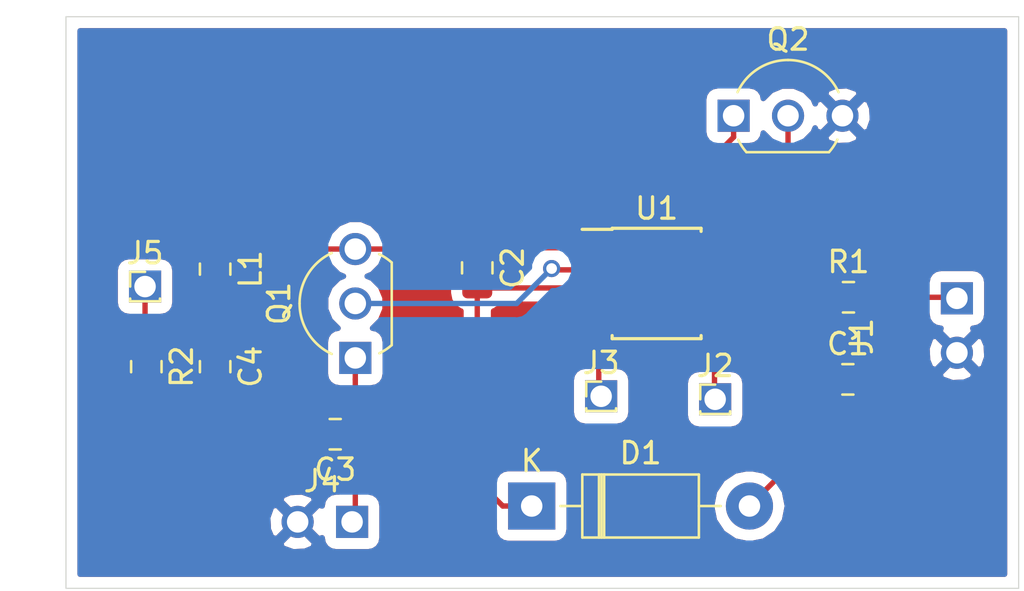
<source format=kicad_pcb>
(kicad_pcb (version 20171130) (host pcbnew "(6.0.0-rc1-dev-305-gf0b8b21)")

  (general
    (thickness 1.6)
    (drawings 4)
    (tracks 42)
    (zones 0)
    (modules 16)
    (nets 12)
  )

  (page A4)
  (layers
    (0 F.Cu signal)
    (31 B.Cu signal)
    (32 B.Adhes user)
    (33 F.Adhes user)
    (34 B.Paste user)
    (35 F.Paste user)
    (36 B.SilkS user)
    (37 F.SilkS user)
    (38 B.Mask user)
    (39 F.Mask user)
    (40 Dwgs.User user)
    (41 Cmts.User user)
    (42 Eco1.User user)
    (43 Eco2.User user)
    (44 Edge.Cuts user)
    (45 Margin user)
    (46 B.CrtYd user)
    (47 F.CrtYd user)
    (48 B.Fab user)
    (49 F.Fab user)
  )

  (setup
    (last_trace_width 0.25)
    (trace_clearance 0.2)
    (zone_clearance 0.508)
    (zone_45_only no)
    (trace_min 0.2)
    (via_size 0.8)
    (via_drill 0.4)
    (via_min_size 0.4)
    (via_min_drill 0.3)
    (uvia_size 0.3)
    (uvia_drill 0.1)
    (uvias_allowed no)
    (uvia_min_size 0.2)
    (uvia_min_drill 0.1)
    (edge_width 0.05)
    (segment_width 0.2)
    (pcb_text_width 0.3)
    (pcb_text_size 1.5 1.5)
    (mod_edge_width 0.12)
    (mod_text_size 1 1)
    (mod_text_width 0.15)
    (pad_size 1.5 1.5)
    (pad_drill 1.00076)
    (pad_to_mask_clearance 0.2)
    (aux_axis_origin 0 0)
    (visible_elements FFFFFF7F)
    (pcbplotparams
      (layerselection 0x01000_ffffffff)
      (usegerberextensions false)
      (usegerberattributes false)
      (usegerberadvancedattributes false)
      (creategerberjobfile false)
      (excludeedgelayer true)
      (linewidth 0.100000)
      (plotframeref false)
      (viasonmask false)
      (mode 1)
      (useauxorigin false)
      (hpglpennumber 1)
      (hpglpenspeed 20)
      (hpglpendiameter 15.000000)
      (psnegative false)
      (psa4output false)
      (plotreference true)
      (plotvalue true)
      (plotinvisibletext false)
      (padsonsilk false)
      (subtractmaskfromsilk false)
      (outputformat 1)
      (mirror false)
      (drillshape 0)
      (scaleselection 1)
      (outputdirectory "../Drill and Gerber/"))
  )

  (net 0 "")
  (net 1 "Net-(C1-Pad1)")
  (net 2 GND)
  (net 3 "Net-(C2-Pad2)")
  (net 4 "Net-(C2-Pad1)")
  (net 5 "Net-(C3-Pad1)")
  (net 6 "Net-(C4-Pad1)")
  (net 7 "Net-(J1-Pad2)")
  (net 8 "Net-(J2-Pad1)")
  (net 9 "Net-(J3-Pad1)")
  (net 10 "Net-(Q1-Pad2)")
  (net 11 "Net-(Q2-Pad2)")

  (net_class Default "This is the default net class."
    (clearance 0.2)
    (trace_width 0.25)
    (via_dia 0.8)
    (via_drill 0.4)
    (uvia_dia 0.3)
    (uvia_drill 0.1)
    (add_net GND)
    (add_net "Net-(C1-Pad1)")
    (add_net "Net-(C2-Pad1)")
    (add_net "Net-(C2-Pad2)")
    (add_net "Net-(C3-Pad1)")
    (add_net "Net-(C4-Pad1)")
    (add_net "Net-(J1-Pad2)")
    (add_net "Net-(J2-Pad1)")
    (add_net "Net-(J3-Pad1)")
    (add_net "Net-(Q1-Pad2)")
    (add_net "Net-(Q2-Pad2)")
  )

  (module Capacitor_SMD:C_0805_2012Metric (layer F.Cu) (tedit 5B36C52B) (tstamp 5CE5F99E)
    (at 159.6725 110.9)
    (descr "Capacitor SMD 0805 (2012 Metric), square (rectangular) end terminal, IPC_7351 nominal, (Body size source: https://docs.google.com/spreadsheets/d/1BsfQQcO9C6DZCsRaXUlFlo91Tg2WpOkGARC1WS5S8t0/edit?usp=sharing), generated with kicad-footprint-generator")
    (tags capacitor)
    (path /5CE5A587)
    (attr smd)
    (fp_text reference C1 (at 0 -1.65) (layer F.SilkS)
      (effects (font (size 1 1) (thickness 0.15)))
    )
    (fp_text value C (at 0 1.65) (layer F.Fab)
      (effects (font (size 1 1) (thickness 0.15)))
    )
    (fp_line (start -1 0.6) (end -1 -0.6) (layer F.Fab) (width 0.1))
    (fp_line (start -1 -0.6) (end 1 -0.6) (layer F.Fab) (width 0.1))
    (fp_line (start 1 -0.6) (end 1 0.6) (layer F.Fab) (width 0.1))
    (fp_line (start 1 0.6) (end -1 0.6) (layer F.Fab) (width 0.1))
    (fp_line (start -0.258578 -0.71) (end 0.258578 -0.71) (layer F.SilkS) (width 0.12))
    (fp_line (start -0.258578 0.71) (end 0.258578 0.71) (layer F.SilkS) (width 0.12))
    (fp_line (start -1.68 0.95) (end -1.68 -0.95) (layer F.CrtYd) (width 0.05))
    (fp_line (start -1.68 -0.95) (end 1.68 -0.95) (layer F.CrtYd) (width 0.05))
    (fp_line (start 1.68 -0.95) (end 1.68 0.95) (layer F.CrtYd) (width 0.05))
    (fp_line (start 1.68 0.95) (end -1.68 0.95) (layer F.CrtYd) (width 0.05))
    (fp_text user %R (at 0 0) (layer F.Fab)
      (effects (font (size 0.5 0.5) (thickness 0.08)))
    )
    (pad 1 smd roundrect (at -0.9375 0) (size 0.975 1.4) (layers F.Cu F.Paste F.Mask) (roundrect_rratio 0.25)
      (net 1 "Net-(C1-Pad1)"))
    (pad 2 smd roundrect (at 0.9375 0) (size 0.975 1.4) (layers F.Cu F.Paste F.Mask) (roundrect_rratio 0.25)
      (net 2 GND))
    (model ${KISYS3DMOD}/Capacitor_SMD.3dshapes/C_0805_2012Metric.wrl
      (at (xyz 0 0 0))
      (scale (xyz 1 1 1))
      (rotate (xyz 0 0 0))
    )
  )

  (module Capacitor_SMD:C_0805_2012Metric (layer F.Cu) (tedit 5B36C52B) (tstamp 5CE5F9AF)
    (at 142.38 105.6975 270)
    (descr "Capacitor SMD 0805 (2012 Metric), square (rectangular) end terminal, IPC_7351 nominal, (Body size source: https://docs.google.com/spreadsheets/d/1BsfQQcO9C6DZCsRaXUlFlo91Tg2WpOkGARC1WS5S8t0/edit?usp=sharing), generated with kicad-footprint-generator")
    (tags capacitor)
    (path /5CE5A6E3)
    (attr smd)
    (fp_text reference C2 (at 0 -1.65 270) (layer F.SilkS)
      (effects (font (size 1 1) (thickness 0.15)))
    )
    (fp_text value C (at 0 1.65 270) (layer F.Fab)
      (effects (font (size 1 1) (thickness 0.15)))
    )
    (fp_text user %R (at 0 0 270) (layer F.Fab)
      (effects (font (size 0.5 0.5) (thickness 0.08)))
    )
    (fp_line (start 1.68 0.95) (end -1.68 0.95) (layer F.CrtYd) (width 0.05))
    (fp_line (start 1.68 -0.95) (end 1.68 0.95) (layer F.CrtYd) (width 0.05))
    (fp_line (start -1.68 -0.95) (end 1.68 -0.95) (layer F.CrtYd) (width 0.05))
    (fp_line (start -1.68 0.95) (end -1.68 -0.95) (layer F.CrtYd) (width 0.05))
    (fp_line (start -0.258578 0.71) (end 0.258578 0.71) (layer F.SilkS) (width 0.12))
    (fp_line (start -0.258578 -0.71) (end 0.258578 -0.71) (layer F.SilkS) (width 0.12))
    (fp_line (start 1 0.6) (end -1 0.6) (layer F.Fab) (width 0.1))
    (fp_line (start 1 -0.6) (end 1 0.6) (layer F.Fab) (width 0.1))
    (fp_line (start -1 -0.6) (end 1 -0.6) (layer F.Fab) (width 0.1))
    (fp_line (start -1 0.6) (end -1 -0.6) (layer F.Fab) (width 0.1))
    (pad 2 smd roundrect (at 0.9375 0 270) (size 0.975 1.4) (layers F.Cu F.Paste F.Mask) (roundrect_rratio 0.25)
      (net 3 "Net-(C2-Pad2)"))
    (pad 1 smd roundrect (at -0.9375 0 270) (size 0.975 1.4) (layers F.Cu F.Paste F.Mask) (roundrect_rratio 0.25)
      (net 4 "Net-(C2-Pad1)"))
    (model ${KISYS3DMOD}/Capacitor_SMD.3dshapes/C_0805_2012Metric.wrl
      (at (xyz 0 0 0))
      (scale (xyz 1 1 1))
      (rotate (xyz 0 0 0))
    )
  )

  (module Capacitor_SMD:C_0805_2012Metric (layer F.Cu) (tedit 5B36C52B) (tstamp 5CE5F9C0)
    (at 135.7525 113.46 180)
    (descr "Capacitor SMD 0805 (2012 Metric), square (rectangular) end terminal, IPC_7351 nominal, (Body size source: https://docs.google.com/spreadsheets/d/1BsfQQcO9C6DZCsRaXUlFlo91Tg2WpOkGARC1WS5S8t0/edit?usp=sharing), generated with kicad-footprint-generator")
    (tags capacitor)
    (path /5CE606B9)
    (attr smd)
    (fp_text reference C3 (at 0 -1.65 180) (layer F.SilkS)
      (effects (font (size 1 1) (thickness 0.15)))
    )
    (fp_text value C (at 0 1.65 180) (layer F.Fab)
      (effects (font (size 1 1) (thickness 0.15)))
    )
    (fp_line (start -1 0.6) (end -1 -0.6) (layer F.Fab) (width 0.1))
    (fp_line (start -1 -0.6) (end 1 -0.6) (layer F.Fab) (width 0.1))
    (fp_line (start 1 -0.6) (end 1 0.6) (layer F.Fab) (width 0.1))
    (fp_line (start 1 0.6) (end -1 0.6) (layer F.Fab) (width 0.1))
    (fp_line (start -0.258578 -0.71) (end 0.258578 -0.71) (layer F.SilkS) (width 0.12))
    (fp_line (start -0.258578 0.71) (end 0.258578 0.71) (layer F.SilkS) (width 0.12))
    (fp_line (start -1.68 0.95) (end -1.68 -0.95) (layer F.CrtYd) (width 0.05))
    (fp_line (start -1.68 -0.95) (end 1.68 -0.95) (layer F.CrtYd) (width 0.05))
    (fp_line (start 1.68 -0.95) (end 1.68 0.95) (layer F.CrtYd) (width 0.05))
    (fp_line (start 1.68 0.95) (end -1.68 0.95) (layer F.CrtYd) (width 0.05))
    (fp_text user %R (at 0 0 180) (layer F.Fab)
      (effects (font (size 0.5 0.5) (thickness 0.08)))
    )
    (pad 1 smd roundrect (at -0.9375 0 180) (size 0.975 1.4) (layers F.Cu F.Paste F.Mask) (roundrect_rratio 0.25)
      (net 5 "Net-(C3-Pad1)"))
    (pad 2 smd roundrect (at 0.9375 0 180) (size 0.975 1.4) (layers F.Cu F.Paste F.Mask) (roundrect_rratio 0.25)
      (net 2 GND))
    (model ${KISYS3DMOD}/Capacitor_SMD.3dshapes/C_0805_2012Metric.wrl
      (at (xyz 0 0 0))
      (scale (xyz 1 1 1))
      (rotate (xyz 0 0 0))
    )
  )

  (module Capacitor_SMD:C_0805_2012Metric (layer F.Cu) (tedit 5B36C52B) (tstamp 5CE5F9D1)
    (at 130.15 110.3075 270)
    (descr "Capacitor SMD 0805 (2012 Metric), square (rectangular) end terminal, IPC_7351 nominal, (Body size source: https://docs.google.com/spreadsheets/d/1BsfQQcO9C6DZCsRaXUlFlo91Tg2WpOkGARC1WS5S8t0/edit?usp=sharing), generated with kicad-footprint-generator")
    (tags capacitor)
    (path /5CE60AAE)
    (attr smd)
    (fp_text reference C4 (at 0 -1.65 270) (layer F.SilkS)
      (effects (font (size 1 1) (thickness 0.15)))
    )
    (fp_text value C (at 0 1.65 270) (layer F.Fab)
      (effects (font (size 1 1) (thickness 0.15)))
    )
    (fp_text user %R (at 0 0 270) (layer F.Fab)
      (effects (font (size 0.5 0.5) (thickness 0.08)))
    )
    (fp_line (start 1.68 0.95) (end -1.68 0.95) (layer F.CrtYd) (width 0.05))
    (fp_line (start 1.68 -0.95) (end 1.68 0.95) (layer F.CrtYd) (width 0.05))
    (fp_line (start -1.68 -0.95) (end 1.68 -0.95) (layer F.CrtYd) (width 0.05))
    (fp_line (start -1.68 0.95) (end -1.68 -0.95) (layer F.CrtYd) (width 0.05))
    (fp_line (start -0.258578 0.71) (end 0.258578 0.71) (layer F.SilkS) (width 0.12))
    (fp_line (start -0.258578 -0.71) (end 0.258578 -0.71) (layer F.SilkS) (width 0.12))
    (fp_line (start 1 0.6) (end -1 0.6) (layer F.Fab) (width 0.1))
    (fp_line (start 1 -0.6) (end 1 0.6) (layer F.Fab) (width 0.1))
    (fp_line (start -1 -0.6) (end 1 -0.6) (layer F.Fab) (width 0.1))
    (fp_line (start -1 0.6) (end -1 -0.6) (layer F.Fab) (width 0.1))
    (pad 2 smd roundrect (at 0.9375 0 270) (size 0.975 1.4) (layers F.Cu F.Paste F.Mask) (roundrect_rratio 0.25)
      (net 2 GND))
    (pad 1 smd roundrect (at -0.9375 0 270) (size 0.975 1.4) (layers F.Cu F.Paste F.Mask) (roundrect_rratio 0.25)
      (net 6 "Net-(C4-Pad1)"))
    (model ${KISYS3DMOD}/Capacitor_SMD.3dshapes/C_0805_2012Metric.wrl
      (at (xyz 0 0 0))
      (scale (xyz 1 1 1))
      (rotate (xyz 0 0 0))
    )
  )

  (module Diode_THT:D_DO-41_SOD81_P10.16mm_Horizontal (layer F.Cu) (tedit 5CE5BD29) (tstamp 5CE5F9F0)
    (at 144.92 116.81)
    (descr "Diode, DO-41_SOD81 series, Axial, Horizontal, pin pitch=10.16mm, , length*diameter=5.2*2.7mm^2, , http://www.diodes.com/_files/packages/DO-41%20(Plastic).pdf")
    (tags "Diode DO-41_SOD81 series Axial Horizontal pin pitch 10.16mm  length 5.2mm diameter 2.7mm")
    (path /5CE5A629)
    (fp_text reference D1 (at 5.08 -2.47) (layer F.SilkS)
      (effects (font (size 1 1) (thickness 0.15)))
    )
    (fp_text value D (at 5.08 2.47) (layer F.Fab)
      (effects (font (size 1 1) (thickness 0.15)))
    )
    (fp_line (start 2.48 -1.35) (end 2.48 1.35) (layer F.Fab) (width 0.1))
    (fp_line (start 2.48 1.35) (end 7.68 1.35) (layer F.Fab) (width 0.1))
    (fp_line (start 7.68 1.35) (end 7.68 -1.35) (layer F.Fab) (width 0.1))
    (fp_line (start 7.68 -1.35) (end 2.48 -1.35) (layer F.Fab) (width 0.1))
    (fp_line (start 0 0) (end 2.48 0) (layer F.Fab) (width 0.1))
    (fp_line (start 10.16 0) (end 7.68 0) (layer F.Fab) (width 0.1))
    (fp_line (start 3.26 -1.35) (end 3.26 1.35) (layer F.Fab) (width 0.1))
    (fp_line (start 3.36 -1.35) (end 3.36 1.35) (layer F.Fab) (width 0.1))
    (fp_line (start 3.16 -1.35) (end 3.16 1.35) (layer F.Fab) (width 0.1))
    (fp_line (start 2.36 -1.47) (end 2.36 1.47) (layer F.SilkS) (width 0.12))
    (fp_line (start 2.36 1.47) (end 7.8 1.47) (layer F.SilkS) (width 0.12))
    (fp_line (start 7.8 1.47) (end 7.8 -1.47) (layer F.SilkS) (width 0.12))
    (fp_line (start 7.8 -1.47) (end 2.36 -1.47) (layer F.SilkS) (width 0.12))
    (fp_line (start 1.34 0) (end 2.36 0) (layer F.SilkS) (width 0.12))
    (fp_line (start 8.82 0) (end 7.8 0) (layer F.SilkS) (width 0.12))
    (fp_line (start 3.26 -1.47) (end 3.26 1.47) (layer F.SilkS) (width 0.12))
    (fp_line (start 3.38 -1.47) (end 3.38 1.47) (layer F.SilkS) (width 0.12))
    (fp_line (start 3.14 -1.47) (end 3.14 1.47) (layer F.SilkS) (width 0.12))
    (fp_line (start -1.35 -1.6) (end -1.35 1.6) (layer F.CrtYd) (width 0.05))
    (fp_line (start -1.35 1.6) (end 11.51 1.6) (layer F.CrtYd) (width 0.05))
    (fp_line (start 11.51 1.6) (end 11.51 -1.6) (layer F.CrtYd) (width 0.05))
    (fp_line (start 11.51 -1.6) (end -1.35 -1.6) (layer F.CrtYd) (width 0.05))
    (fp_text user %R (at 5.609999 -0.101001) (layer F.Fab)
      (effects (font (size 1 1) (thickness 0.15)))
    )
    (fp_text user K (at 0 -2.1) (layer F.Fab)
      (effects (font (size 1 1) (thickness 0.15)))
    )
    (fp_text user K (at 0 -2.1) (layer F.SilkS)
      (effects (font (size 1 1) (thickness 0.15)))
    )
    (pad 1 thru_hole rect (at 0 0) (size 2.2 2.2) (drill 1.00076) (layers *.Cu *.Mask)
      (net 3 "Net-(C2-Pad2)"))
    (pad 2 thru_hole oval (at 10.16 0) (size 2.2 2.2) (drill 1.00076) (layers *.Cu *.Mask)
      (net 1 "Net-(C1-Pad1)"))
    (model ${KISYS3DMOD}/Diode_THT.3dshapes/D_DO-41_SOD81_P10.16mm_Horizontal.wrl
      (at (xyz 0 0 0))
      (scale (xyz 1 1 1))
      (rotate (xyz 0 0 0))
    )
  )

  (module My_Footprints:header_2_pins (layer F.Cu) (tedit 5CE5BCF4) (tstamp 5CE5F9FA)
    (at 164.76 109.66 90)
    (path /5CE65AE4)
    (fp_text reference J1 (at 0.762 -4.445 90) (layer F.SilkS)
      (effects (font (size 1 1) (thickness 0.15)))
    )
    (fp_text value Conn_01x02_Male (at 1.143 -2.794 90) (layer F.Fab)
      (effects (font (size 1 1) (thickness 0.15)))
    )
    (fp_line (start 3.9 -1.3) (end -1.3 -1.3) (layer F.CrtYd) (width 0.15))
    (fp_line (start 3.9 1.3) (end 3.9 -1.3) (layer F.CrtYd) (width 0.15))
    (fp_line (start -1.3 1.3) (end 3.9 1.3) (layer F.CrtYd) (width 0.15))
    (fp_line (start -1.3 -1.3) (end -1.3 1.3) (layer F.CrtYd) (width 0.15))
    (pad 2 thru_hole rect (at 2.54 0 90) (size 1.5 1.5) (drill 1.00076) (layers *.Cu *.Mask)
      (net 7 "Net-(J1-Pad2)"))
    (pad 1 thru_hole circle (at 0 0 90) (size 1.5 1.5) (drill 1.00076) (layers *.Cu *.Mask)
      (net 2 GND))
  )

  (module Connector_PinHeader_1.00mm:PinHeader_1x01_P1.00mm_Vertical (layer F.Cu) (tedit 5CE5BCD3) (tstamp 5CE5FA10)
    (at 153.48 111.83)
    (descr "Through hole straight pin header, 1x01, 1.00mm pitch, single row")
    (tags "Through hole pin header THT 1x01 1.00mm single row")
    (path /5CE5EC83)
    (fp_text reference J2 (at 0 -1.56) (layer F.SilkS)
      (effects (font (size 1 1) (thickness 0.15)))
    )
    (fp_text value Conn_01x01_Male (at 0 1.56) (layer F.Fab)
      (effects (font (size 1 1) (thickness 0.15)))
    )
    (fp_line (start -0.3175 -0.5) (end 0.635 -0.5) (layer F.Fab) (width 0.1))
    (fp_line (start 0.635 -0.5) (end 0.635 0.5) (layer F.Fab) (width 0.1))
    (fp_line (start 0.635 0.5) (end -0.635 0.5) (layer F.Fab) (width 0.1))
    (fp_line (start -0.635 0.5) (end -0.635 -0.1825) (layer F.Fab) (width 0.1))
    (fp_line (start -0.635 -0.1825) (end -0.3175 -0.5) (layer F.Fab) (width 0.1))
    (fp_line (start -0.695 0.685) (end 0.695 0.685) (layer F.SilkS) (width 0.12))
    (fp_line (start -0.695 0.685) (end -0.695 0.56) (layer F.SilkS) (width 0.12))
    (fp_line (start 0.695 0.685) (end 0.695 0.56) (layer F.SilkS) (width 0.12))
    (fp_line (start -0.695 0.685) (end -0.608276 0.685) (layer F.SilkS) (width 0.12))
    (fp_line (start 0.608276 0.685) (end 0.695 0.685) (layer F.SilkS) (width 0.12))
    (fp_line (start -0.695 0) (end -0.695 -0.685) (layer F.SilkS) (width 0.12))
    (fp_line (start -0.695 -0.685) (end 0 -0.685) (layer F.SilkS) (width 0.12))
    (fp_line (start -1.15 -1) (end -1.15 1) (layer F.CrtYd) (width 0.05))
    (fp_line (start -1.15 1) (end 1.15 1) (layer F.CrtYd) (width 0.05))
    (fp_line (start 1.15 1) (end 1.15 -1) (layer F.CrtYd) (width 0.05))
    (fp_line (start 1.15 -1) (end -1.15 -1) (layer F.CrtYd) (width 0.05))
    (fp_text user %R (at -0.18 -0.01 90) (layer F.Fab)
      (effects (font (size 0.76 0.76) (thickness 0.114)))
    )
    (pad 1 thru_hole rect (at 0 0) (size 1.4986 1.4986) (drill 1.00076) (layers *.Cu *.Mask)
      (net 8 "Net-(J2-Pad1)"))
    (model ${KISYS3DMOD}/Connector_PinHeader_1.00mm.3dshapes/PinHeader_1x01_P1.00mm_Vertical.wrl
      (at (xyz 0 0 0))
      (scale (xyz 1 1 1))
      (rotate (xyz 0 0 0))
    )
  )

  (module Connector_PinHeader_1.00mm:PinHeader_1x01_P1.00mm_Vertical (layer F.Cu) (tedit 5CE5BCE2) (tstamp 5CE5FA26)
    (at 148.16 111.69)
    (descr "Through hole straight pin header, 1x01, 1.00mm pitch, single row")
    (tags "Through hole pin header THT 1x01 1.00mm single row")
    (path /5CE5EF59)
    (fp_text reference J3 (at 0 -1.56) (layer F.SilkS)
      (effects (font (size 1 1) (thickness 0.15)))
    )
    (fp_text value Conn_01x01_Male (at 0 1.56) (layer F.Fab)
      (effects (font (size 1 1) (thickness 0.15)))
    )
    (fp_text user %R (at -0.08 0.11 90) (layer F.Fab)
      (effects (font (size 0.76 0.76) (thickness 0.114)))
    )
    (fp_line (start 1.15 -1) (end -1.15 -1) (layer F.CrtYd) (width 0.05))
    (fp_line (start 1.15 1) (end 1.15 -1) (layer F.CrtYd) (width 0.05))
    (fp_line (start -1.15 1) (end 1.15 1) (layer F.CrtYd) (width 0.05))
    (fp_line (start -1.15 -1) (end -1.15 1) (layer F.CrtYd) (width 0.05))
    (fp_line (start -0.695 -0.685) (end 0 -0.685) (layer F.SilkS) (width 0.12))
    (fp_line (start -0.695 0) (end -0.695 -0.685) (layer F.SilkS) (width 0.12))
    (fp_line (start 0.608276 0.685) (end 0.695 0.685) (layer F.SilkS) (width 0.12))
    (fp_line (start -0.695 0.685) (end -0.608276 0.685) (layer F.SilkS) (width 0.12))
    (fp_line (start 0.695 0.685) (end 0.695 0.56) (layer F.SilkS) (width 0.12))
    (fp_line (start -0.695 0.685) (end -0.695 0.56) (layer F.SilkS) (width 0.12))
    (fp_line (start -0.695 0.685) (end 0.695 0.685) (layer F.SilkS) (width 0.12))
    (fp_line (start -0.635 -0.1825) (end -0.3175 -0.5) (layer F.Fab) (width 0.1))
    (fp_line (start -0.635 0.5) (end -0.635 -0.1825) (layer F.Fab) (width 0.1))
    (fp_line (start 0.635 0.5) (end -0.635 0.5) (layer F.Fab) (width 0.1))
    (fp_line (start 0.635 -0.5) (end 0.635 0.5) (layer F.Fab) (width 0.1))
    (fp_line (start -0.3175 -0.5) (end 0.635 -0.5) (layer F.Fab) (width 0.1))
    (pad 1 thru_hole rect (at 0 0) (size 1.4986 1.4986) (drill 1.00076) (layers *.Cu *.Mask)
      (net 9 "Net-(J3-Pad1)"))
    (model ${KISYS3DMOD}/Connector_PinHeader_1.00mm.3dshapes/PinHeader_1x01_P1.00mm_Vertical.wrl
      (at (xyz 0 0 0))
      (scale (xyz 1 1 1))
      (rotate (xyz 0 0 0))
    )
  )

  (module My_Footprints:header_2_pins (layer F.Cu) (tedit 5CE5BC62) (tstamp 5CE5FA30)
    (at 134 117.55)
    (path /5CE644A0)
    (fp_text reference J4 (at 1.143 -1.905) (layer F.SilkS)
      (effects (font (size 1 1) (thickness 0.15)))
    )
    (fp_text value Conn_01x02_Male (at 2.794 -3.048) (layer F.Fab)
      (effects (font (size 1 1) (thickness 0.15)))
    )
    (fp_line (start -1.3 -1.3) (end -1.3 1.3) (layer F.CrtYd) (width 0.15))
    (fp_line (start -1.3 1.3) (end 3.9 1.3) (layer F.CrtYd) (width 0.15))
    (fp_line (start 3.9 1.3) (end 3.9 -1.3) (layer F.CrtYd) (width 0.15))
    (fp_line (start 3.9 -1.3) (end -1.3 -1.3) (layer F.CrtYd) (width 0.15))
    (pad 1 thru_hole circle (at 0 0) (size 1.5 1.5) (drill 1.00076) (layers *.Cu *.Mask)
      (net 2 GND))
    (pad 2 thru_hole rect (at 2.54 0) (size 1.5 1.5) (drill 1.00076) (layers *.Cu *.Mask)
      (net 5 "Net-(C3-Pad1)"))
  )

  (module Connector_PinHeader_1.00mm:PinHeader_1x01_P1.00mm_Vertical (layer F.Cu) (tedit 5CE5BC46) (tstamp 5CE5FA46)
    (at 126.88 106.57)
    (descr "Through hole straight pin header, 1x01, 1.00mm pitch, single row")
    (tags "Through hole pin header THT 1x01 1.00mm single row")
    (path /5CE61D93)
    (fp_text reference J5 (at 0 -1.56) (layer F.SilkS)
      (effects (font (size 1 1) (thickness 0.15)))
    )
    (fp_text value Conn_01x01_Male (at 0 1.56) (layer F.Fab)
      (effects (font (size 1 1) (thickness 0.15)))
    )
    (fp_line (start -0.3175 -0.5) (end 0.635 -0.5) (layer F.Fab) (width 0.1))
    (fp_line (start 0.635 -0.5) (end 0.635 0.5) (layer F.Fab) (width 0.1))
    (fp_line (start 0.635 0.5) (end -0.635 0.5) (layer F.Fab) (width 0.1))
    (fp_line (start -0.635 0.5) (end -0.635 -0.1825) (layer F.Fab) (width 0.1))
    (fp_line (start -0.635 -0.1825) (end -0.3175 -0.5) (layer F.Fab) (width 0.1))
    (fp_line (start -0.695 0.685) (end 0.695 0.685) (layer F.SilkS) (width 0.12))
    (fp_line (start -0.695 0.685) (end -0.695 0.56) (layer F.SilkS) (width 0.12))
    (fp_line (start 0.695 0.685) (end 0.695 0.56) (layer F.SilkS) (width 0.12))
    (fp_line (start -0.695 0.685) (end -0.608276 0.685) (layer F.SilkS) (width 0.12))
    (fp_line (start 0.608276 0.685) (end 0.695 0.685) (layer F.SilkS) (width 0.12))
    (fp_line (start -0.695 0) (end -0.695 -0.685) (layer F.SilkS) (width 0.12))
    (fp_line (start -0.695 -0.685) (end 0 -0.685) (layer F.SilkS) (width 0.12))
    (fp_line (start -1.15 -1) (end -1.15 1) (layer F.CrtYd) (width 0.05))
    (fp_line (start -1.15 1) (end 1.15 1) (layer F.CrtYd) (width 0.05))
    (fp_line (start 1.15 1) (end 1.15 -1) (layer F.CrtYd) (width 0.05))
    (fp_line (start 1.15 -1) (end -1.15 -1) (layer F.CrtYd) (width 0.05))
    (fp_text user %R (at 0.28 0.03 90) (layer F.Fab)
      (effects (font (size 0.76 0.76) (thickness 0.114)))
    )
    (pad 1 thru_hole rect (at 0 0) (size 1.5 1.5) (drill 1.00076) (layers *.Cu *.Mask)
      (net 6 "Net-(C4-Pad1)"))
    (model ${KISYS3DMOD}/Connector_PinHeader_1.00mm.3dshapes/PinHeader_1x01_P1.00mm_Vertical.wrl
      (at (xyz 0 0 0))
      (scale (xyz 1 1 1))
      (rotate (xyz 0 0 0))
    )
  )

  (module Inductor_SMD:L_0805_2012Metric (layer F.Cu) (tedit 5B36C52B) (tstamp 5CE5FA57)
    (at 130.15 105.7575 270)
    (descr "Inductor SMD 0805 (2012 Metric), square (rectangular) end terminal, IPC_7351 nominal, (Body size source: https://docs.google.com/spreadsheets/d/1BsfQQcO9C6DZCsRaXUlFlo91Tg2WpOkGARC1WS5S8t0/edit?usp=sharing), generated with kicad-footprint-generator")
    (tags inductor)
    (path /5CE603BB)
    (attr smd)
    (fp_text reference L1 (at 0 -1.65 270) (layer F.SilkS)
      (effects (font (size 1 1) (thickness 0.15)))
    )
    (fp_text value L (at 0 1.65 270) (layer F.Fab)
      (effects (font (size 1 1) (thickness 0.15)))
    )
    (fp_line (start -1 0.6) (end -1 -0.6) (layer F.Fab) (width 0.1))
    (fp_line (start -1 -0.6) (end 1 -0.6) (layer F.Fab) (width 0.1))
    (fp_line (start 1 -0.6) (end 1 0.6) (layer F.Fab) (width 0.1))
    (fp_line (start 1 0.6) (end -1 0.6) (layer F.Fab) (width 0.1))
    (fp_line (start -0.258578 -0.71) (end 0.258578 -0.71) (layer F.SilkS) (width 0.12))
    (fp_line (start -0.258578 0.71) (end 0.258578 0.71) (layer F.SilkS) (width 0.12))
    (fp_line (start -1.68 0.95) (end -1.68 -0.95) (layer F.CrtYd) (width 0.05))
    (fp_line (start -1.68 -0.95) (end 1.68 -0.95) (layer F.CrtYd) (width 0.05))
    (fp_line (start 1.68 -0.95) (end 1.68 0.95) (layer F.CrtYd) (width 0.05))
    (fp_line (start 1.68 0.95) (end -1.68 0.95) (layer F.CrtYd) (width 0.05))
    (fp_text user %R (at 0 0 270) (layer F.Fab)
      (effects (font (size 0.5 0.5) (thickness 0.08)))
    )
    (pad 1 smd roundrect (at -0.9375 0 270) (size 0.975 1.4) (layers F.Cu F.Paste F.Mask) (roundrect_rratio 0.25)
      (net 4 "Net-(C2-Pad1)"))
    (pad 2 smd roundrect (at 0.9375 0 270) (size 0.975 1.4) (layers F.Cu F.Paste F.Mask) (roundrect_rratio 0.25)
      (net 6 "Net-(C4-Pad1)"))
    (model ${KISYS3DMOD}/Inductor_SMD.3dshapes/L_0805_2012Metric.wrl
      (at (xyz 0 0 0))
      (scale (xyz 1 1 1))
      (rotate (xyz 0 0 0))
    )
  )

  (module Package_TO_SOT_THT:TO-92L_Inline_Wide (layer F.Cu) (tedit 5CE5BD43) (tstamp 5CE5FA6B)
    (at 136.69 109.9 90)
    (descr "TO-92L leads in-line (large body variant of TO-92), also known as TO-226, wide, drill 0.75mm (see https://www.diodes.com/assets/Package-Files/TO92L.pdf and http://www.ti.com/lit/an/snoa059/snoa059.pdf)")
    (tags "TO-92L Inline Wide transistor")
    (path /5CE5F6C3)
    (fp_text reference Q1 (at 2.54 -3.56 90) (layer F.SilkS)
      (effects (font (size 1 1) (thickness 0.15)))
    )
    (fp_text value Q_NMOS_DGS (at 2.54 2.79 90) (layer F.Fab)
      (effects (font (size 1 1) (thickness 0.15)))
    )
    (fp_text user %R (at 2.54 -3.56 90) (layer F.Fab)
      (effects (font (size 1 1) (thickness 0.15)))
    )
    (fp_line (start 0.6 1.7) (end 4.45 1.7) (layer F.SilkS) (width 0.12))
    (fp_line (start 0.65 1.6) (end 4.4 1.6) (layer F.Fab) (width 0.1))
    (fp_line (start -1 -2.75) (end 6.1 -2.75) (layer F.CrtYd) (width 0.05))
    (fp_line (start -1 -2.75) (end -1 1.85) (layer F.CrtYd) (width 0.05))
    (fp_line (start 6.1 1.85) (end 6.1 -2.75) (layer F.CrtYd) (width 0.05))
    (fp_line (start 6.1 1.85) (end -1 1.85) (layer F.CrtYd) (width 0.05))
    (fp_arc (start 2.54 0) (end 0.6 1.7) (angle 15.44288892) (layer F.SilkS) (width 0.12))
    (fp_arc (start 2.54 0) (end 2.54 -2.6) (angle -65) (layer F.SilkS) (width 0.12))
    (fp_arc (start 2.54 0) (end 2.54 -2.6) (angle 65) (layer F.SilkS) (width 0.12))
    (fp_arc (start 2.54 0) (end 2.54 -2.48) (angle 129.9527847) (layer F.Fab) (width 0.1))
    (fp_arc (start 2.54 0) (end 2.54 -2.48) (angle -130.2499344) (layer F.Fab) (width 0.1))
    (fp_arc (start 2.54 0) (end 4.45 1.7) (angle -15.88591585) (layer F.SilkS) (width 0.12))
    (pad 2 thru_hole circle (at 2.54 0 180) (size 1.5 1.5) (drill 1.00076) (layers *.Cu *.Mask)
      (net 10 "Net-(Q1-Pad2)"))
    (pad 3 thru_hole circle (at 5.08 0 180) (size 1.5 1.5) (drill 1.00076) (layers *.Cu *.Mask)
      (net 4 "Net-(C2-Pad1)"))
    (pad 1 thru_hole rect (at 0 0 180) (size 1.5 1.5) (drill 1.00076) (layers *.Cu *.Mask)
      (net 5 "Net-(C3-Pad1)"))
    (model ${KISYS3DMOD}/Package_TO_SOT_THT.3dshapes/TO-92L_Inline_Wide.wrl
      (at (xyz 0 0 0))
      (scale (xyz 1 1 1))
      (rotate (xyz 0 0 0))
    )
  )

  (module Package_TO_SOT_THT:TO-92L_Inline_Wide (layer F.Cu) (tedit 5CE5BD1E) (tstamp 5CE5FA7F)
    (at 154.34 98.6)
    (descr "TO-92L leads in-line (large body variant of TO-92), also known as TO-226, wide, drill 0.75mm (see https://www.diodes.com/assets/Package-Files/TO92L.pdf and http://www.ti.com/lit/an/snoa059/snoa059.pdf)")
    (tags "TO-92L Inline Wide transistor")
    (path /5CE5F827)
    (fp_text reference Q2 (at 2.54 -3.56) (layer F.SilkS)
      (effects (font (size 1 1) (thickness 0.15)))
    )
    (fp_text value Q_NMOS_DGS (at 2.54 2.79) (layer F.Fab)
      (effects (font (size 1 1) (thickness 0.15)))
    )
    (fp_arc (start 2.54 0) (end 4.45 1.7) (angle -15.88591585) (layer F.SilkS) (width 0.12))
    (fp_arc (start 2.54 0) (end 2.54 -2.48) (angle -130.2499344) (layer F.Fab) (width 0.1))
    (fp_arc (start 2.54 0) (end 2.54 -2.48) (angle 129.9527847) (layer F.Fab) (width 0.1))
    (fp_arc (start 2.54 0) (end 2.54 -2.6) (angle 65) (layer F.SilkS) (width 0.12))
    (fp_arc (start 2.54 0) (end 2.54 -2.6) (angle -65) (layer F.SilkS) (width 0.12))
    (fp_arc (start 2.54 0) (end 0.6 1.7) (angle 15.44288892) (layer F.SilkS) (width 0.12))
    (fp_line (start 6.1 1.85) (end -1 1.85) (layer F.CrtYd) (width 0.05))
    (fp_line (start 6.1 1.85) (end 6.1 -2.75) (layer F.CrtYd) (width 0.05))
    (fp_line (start -1 -2.75) (end -1 1.85) (layer F.CrtYd) (width 0.05))
    (fp_line (start -1 -2.75) (end 6.1 -2.75) (layer F.CrtYd) (width 0.05))
    (fp_line (start 0.65 1.6) (end 4.4 1.6) (layer F.Fab) (width 0.1))
    (fp_line (start 0.6 1.7) (end 4.45 1.7) (layer F.SilkS) (width 0.12))
    (fp_text user %R (at 2.54 -3.56) (layer F.Fab)
      (effects (font (size 1 1) (thickness 0.15)))
    )
    (pad 1 thru_hole rect (at 0 0 90) (size 1.5 1.5) (drill 1.00076) (layers *.Cu *.Mask)
      (net 4 "Net-(C2-Pad1)"))
    (pad 3 thru_hole circle (at 5.08 0 90) (size 1.5 1.5) (drill 1.00076) (layers *.Cu *.Mask)
      (net 2 GND))
    (pad 2 thru_hole circle (at 2.54 0 90) (size 1.5 1.5) (drill 1.00076) (layers *.Cu *.Mask)
      (net 11 "Net-(Q2-Pad2)"))
    (model ${KISYS3DMOD}/Package_TO_SOT_THT.3dshapes/TO-92L_Inline_Wide.wrl
      (at (xyz 0 0 0))
      (scale (xyz 1 1 1))
      (rotate (xyz 0 0 0))
    )
  )

  (module Resistor_SMD:R_0805_2012Metric (layer F.Cu) (tedit 5B36C52B) (tstamp 5CE5FA90)
    (at 159.7 107.07)
    (descr "Resistor SMD 0805 (2012 Metric), square (rectangular) end terminal, IPC_7351 nominal, (Body size source: https://docs.google.com/spreadsheets/d/1BsfQQcO9C6DZCsRaXUlFlo91Tg2WpOkGARC1WS5S8t0/edit?usp=sharing), generated with kicad-footprint-generator")
    (tags resistor)
    (path /5CE5A460)
    (attr smd)
    (fp_text reference R1 (at 0 -1.65) (layer F.SilkS)
      (effects (font (size 1 1) (thickness 0.15)))
    )
    (fp_text value R (at 0 1.65) (layer F.Fab)
      (effects (font (size 1 1) (thickness 0.15)))
    )
    (fp_line (start -1 0.6) (end -1 -0.6) (layer F.Fab) (width 0.1))
    (fp_line (start -1 -0.6) (end 1 -0.6) (layer F.Fab) (width 0.1))
    (fp_line (start 1 -0.6) (end 1 0.6) (layer F.Fab) (width 0.1))
    (fp_line (start 1 0.6) (end -1 0.6) (layer F.Fab) (width 0.1))
    (fp_line (start -0.258578 -0.71) (end 0.258578 -0.71) (layer F.SilkS) (width 0.12))
    (fp_line (start -0.258578 0.71) (end 0.258578 0.71) (layer F.SilkS) (width 0.12))
    (fp_line (start -1.68 0.95) (end -1.68 -0.95) (layer F.CrtYd) (width 0.05))
    (fp_line (start -1.68 -0.95) (end 1.68 -0.95) (layer F.CrtYd) (width 0.05))
    (fp_line (start 1.68 -0.95) (end 1.68 0.95) (layer F.CrtYd) (width 0.05))
    (fp_line (start 1.68 0.95) (end -1.68 0.95) (layer F.CrtYd) (width 0.05))
    (fp_text user %R (at 0 0) (layer F.Fab)
      (effects (font (size 0.5 0.5) (thickness 0.08)))
    )
    (pad 1 smd roundrect (at -0.9375 0) (size 0.975 1.4) (layers F.Cu F.Paste F.Mask) (roundrect_rratio 0.25)
      (net 1 "Net-(C1-Pad1)"))
    (pad 2 smd roundrect (at 0.9375 0) (size 0.975 1.4) (layers F.Cu F.Paste F.Mask) (roundrect_rratio 0.25)
      (net 7 "Net-(J1-Pad2)"))
    (model ${KISYS3DMOD}/Resistor_SMD.3dshapes/R_0805_2012Metric.wrl
      (at (xyz 0 0 0))
      (scale (xyz 1 1 1))
      (rotate (xyz 0 0 0))
    )
  )

  (module Resistor_SMD:R_0805_2012Metric (layer F.Cu) (tedit 5B36C52B) (tstamp 5CE5FAA1)
    (at 126.94 110.3075 270)
    (descr "Resistor SMD 0805 (2012 Metric), square (rectangular) end terminal, IPC_7351 nominal, (Body size source: https://docs.google.com/spreadsheets/d/1BsfQQcO9C6DZCsRaXUlFlo91Tg2WpOkGARC1WS5S8t0/edit?usp=sharing), generated with kicad-footprint-generator")
    (tags resistor)
    (path /5CE651AA)
    (attr smd)
    (fp_text reference R2 (at 0 -1.65 270) (layer F.SilkS)
      (effects (font (size 1 1) (thickness 0.15)))
    )
    (fp_text value R (at 0 1.65 270) (layer F.Fab)
      (effects (font (size 1 1) (thickness 0.15)))
    )
    (fp_text user %R (at 0 0 270) (layer F.Fab)
      (effects (font (size 0.5 0.5) (thickness 0.08)))
    )
    (fp_line (start 1.68 0.95) (end -1.68 0.95) (layer F.CrtYd) (width 0.05))
    (fp_line (start 1.68 -0.95) (end 1.68 0.95) (layer F.CrtYd) (width 0.05))
    (fp_line (start -1.68 -0.95) (end 1.68 -0.95) (layer F.CrtYd) (width 0.05))
    (fp_line (start -1.68 0.95) (end -1.68 -0.95) (layer F.CrtYd) (width 0.05))
    (fp_line (start -0.258578 0.71) (end 0.258578 0.71) (layer F.SilkS) (width 0.12))
    (fp_line (start -0.258578 -0.71) (end 0.258578 -0.71) (layer F.SilkS) (width 0.12))
    (fp_line (start 1 0.6) (end -1 0.6) (layer F.Fab) (width 0.1))
    (fp_line (start 1 -0.6) (end 1 0.6) (layer F.Fab) (width 0.1))
    (fp_line (start -1 -0.6) (end 1 -0.6) (layer F.Fab) (width 0.1))
    (fp_line (start -1 0.6) (end -1 -0.6) (layer F.Fab) (width 0.1))
    (pad 2 smd roundrect (at 0.9375 0 270) (size 0.975 1.4) (layers F.Cu F.Paste F.Mask) (roundrect_rratio 0.25)
      (net 2 GND))
    (pad 1 smd roundrect (at -0.9375 0 270) (size 0.975 1.4) (layers F.Cu F.Paste F.Mask) (roundrect_rratio 0.25)
      (net 6 "Net-(C4-Pad1)"))
    (model ${KISYS3DMOD}/Resistor_SMD.3dshapes/R_0805_2012Metric.wrl
      (at (xyz 0 0 0))
      (scale (xyz 1 1 1))
      (rotate (xyz 0 0 0))
    )
  )

  (module Package_SO:SOIC-8_3.9x4.9mm_P1.27mm (layer F.Cu) (tedit 5A02F2D3) (tstamp 5CE5FABE)
    (at 150.749 106.426)
    (descr "8-Lead Plastic Small Outline (SN) - Narrow, 3.90 mm Body [SOIC] (see Microchip Packaging Specification 00000049BS.pdf)")
    (tags "SOIC 1.27")
    (path /5CE62430)
    (attr smd)
    (fp_text reference U1 (at 0 -3.5) (layer F.SilkS)
      (effects (font (size 1 1) (thickness 0.15)))
    )
    (fp_text value FAN7842 (at 0 3.5) (layer F.Fab)
      (effects (font (size 1 1) (thickness 0.15)))
    )
    (fp_text user %R (at 0 0) (layer F.Fab)
      (effects (font (size 1 1) (thickness 0.15)))
    )
    (fp_line (start -0.95 -2.45) (end 1.95 -2.45) (layer F.Fab) (width 0.1))
    (fp_line (start 1.95 -2.45) (end 1.95 2.45) (layer F.Fab) (width 0.1))
    (fp_line (start 1.95 2.45) (end -1.95 2.45) (layer F.Fab) (width 0.1))
    (fp_line (start -1.95 2.45) (end -1.95 -1.45) (layer F.Fab) (width 0.1))
    (fp_line (start -1.95 -1.45) (end -0.95 -2.45) (layer F.Fab) (width 0.1))
    (fp_line (start -3.73 -2.7) (end -3.73 2.7) (layer F.CrtYd) (width 0.05))
    (fp_line (start 3.73 -2.7) (end 3.73 2.7) (layer F.CrtYd) (width 0.05))
    (fp_line (start -3.73 -2.7) (end 3.73 -2.7) (layer F.CrtYd) (width 0.05))
    (fp_line (start -3.73 2.7) (end 3.73 2.7) (layer F.CrtYd) (width 0.05))
    (fp_line (start -2.075 -2.575) (end -2.075 -2.525) (layer F.SilkS) (width 0.15))
    (fp_line (start 2.075 -2.575) (end 2.075 -2.43) (layer F.SilkS) (width 0.15))
    (fp_line (start 2.075 2.575) (end 2.075 2.43) (layer F.SilkS) (width 0.15))
    (fp_line (start -2.075 2.575) (end -2.075 2.43) (layer F.SilkS) (width 0.15))
    (fp_line (start -2.075 -2.575) (end 2.075 -2.575) (layer F.SilkS) (width 0.15))
    (fp_line (start -2.075 2.575) (end 2.075 2.575) (layer F.SilkS) (width 0.15))
    (fp_line (start -2.075 -2.525) (end -3.475 -2.525) (layer F.SilkS) (width 0.15))
    (pad 1 smd rect (at -2.7 -1.905) (size 1.55 0.6) (layers F.Cu F.Paste F.Mask)
      (net 4 "Net-(C2-Pad1)"))
    (pad 2 smd rect (at -2.7 -0.635) (size 1.55 0.6) (layers F.Cu F.Paste F.Mask)
      (net 10 "Net-(Q1-Pad2)"))
    (pad 3 smd rect (at -2.7 0.635) (size 1.55 0.6) (layers F.Cu F.Paste F.Mask)
      (net 3 "Net-(C2-Pad2)"))
    (pad 4 smd rect (at -2.7 1.905) (size 1.55 0.6) (layers F.Cu F.Paste F.Mask)
      (net 9 "Net-(J3-Pad1)"))
    (pad 5 smd rect (at 2.7 1.905) (size 1.55 0.6) (layers F.Cu F.Paste F.Mask)
      (net 8 "Net-(J2-Pad1)"))
    (pad 6 smd rect (at 2.7 0.635) (size 1.55 0.6) (layers F.Cu F.Paste F.Mask)
      (net 1 "Net-(C1-Pad1)"))
    (pad 7 smd rect (at 2.7 -0.635) (size 1.55 0.6) (layers F.Cu F.Paste F.Mask)
      (net 11 "Net-(Q2-Pad2)"))
    (pad 8 smd rect (at 2.7 -1.905) (size 1.55 0.6) (layers F.Cu F.Paste F.Mask)
      (net 2 GND))
    (model ${KISYS3DMOD}/Package_SO.3dshapes/SOIC-8_3.9x4.9mm_P1.27mm.wrl
      (at (xyz 0 0 0))
      (scale (xyz 1 1 1))
      (rotate (xyz 0 0 0))
    )
  )

  (gr_line (start 167.64 93.98) (end 123.19 93.98) (layer Edge.Cuts) (width 0.05))
  (gr_line (start 167.64 120.65) (end 167.64 93.98) (layer Edge.Cuts) (width 0.05))
  (gr_line (start 123.19 120.65) (end 167.64 120.65) (layer Edge.Cuts) (width 0.05))
  (gr_line (start 123.19 93.98) (end 123.19 120.65) (layer Edge.Cuts) (width 0.05))

  (segment (start 158.7535 107.061) (end 158.7625 107.07) (width 0.25) (layer F.Cu) (net 1))
  (segment (start 153.449 107.061) (end 158.7535 107.061) (width 0.25) (layer F.Cu) (net 1))
  (segment (start 158.7625 110.8725) (end 158.735 110.9) (width 0.25) (layer F.Cu) (net 1))
  (segment (start 158.7625 107.07) (end 158.7625 110.8725) (width 0.25) (layer F.Cu) (net 1))
  (segment (start 158.735 113.155) (end 155.08 116.81) (width 0.25) (layer F.Cu) (net 1))
  (segment (start 158.735 110.9) (end 158.735 113.155) (width 0.25) (layer F.Cu) (net 1))
  (segment (start 147.623 106.635) (end 148.049 107.061) (width 0.25) (layer F.Cu) (net 3))
  (segment (start 142.38 106.635) (end 147.623 106.635) (width 0.25) (layer F.Cu) (net 3))
  (segment (start 143.57 116.81) (end 144.92 116.81) (width 0.25) (layer F.Cu) (net 3))
  (segment (start 142.38 115.62) (end 143.57 116.81) (width 0.25) (layer F.Cu) (net 3))
  (segment (start 142.38 106.635) (end 142.38 115.62) (width 0.25) (layer F.Cu) (net 3))
  (segment (start 154.34 99.6) (end 154.34 98.6) (width 0.25) (layer F.Cu) (net 4))
  (segment (start 149.419 104.521) (end 154.34 99.6) (width 0.25) (layer F.Cu) (net 4))
  (segment (start 148.049 104.521) (end 149.419 104.521) (width 0.25) (layer F.Cu) (net 4))
  (segment (start 147.81 104.76) (end 148.049 104.521) (width 0.25) (layer F.Cu) (net 4))
  (segment (start 142.38 104.76) (end 147.81 104.76) (width 0.25) (layer F.Cu) (net 4))
  (segment (start 130.15 104.82) (end 136.69 104.82) (width 0.25) (layer F.Cu) (net 4))
  (segment (start 136.75 104.76) (end 136.69 104.82) (width 0.25) (layer F.Cu) (net 4))
  (segment (start 142.32 104.82) (end 142.38 104.76) (width 0.25) (layer F.Cu) (net 4))
  (segment (start 136.69 104.82) (end 142.32 104.82) (width 0.25) (layer F.Cu) (net 4))
  (segment (start 136.69 110.9) (end 136.69 113.46) (width 0.25) (layer F.Cu) (net 5))
  (segment (start 136.69 109.9) (end 136.69 110.9) (width 0.25) (layer F.Cu) (net 5))
  (segment (start 136.69 117.4) (end 136.54 117.55) (width 0.25) (layer F.Cu) (net 5))
  (segment (start 136.69 113.46) (end 136.69 117.4) (width 0.25) (layer F.Cu) (net 5))
  (segment (start 126.88 109.31) (end 126.94 109.37) (width 0.25) (layer F.Cu) (net 6))
  (segment (start 126.88 106.57) (end 126.88 109.31) (width 0.25) (layer F.Cu) (net 6))
  (segment (start 126.94 109.37) (end 130.15 109.37) (width 0.25) (layer F.Cu) (net 6))
  (segment (start 130.15 106.695) (end 130.15 109.37) (width 0.25) (layer F.Cu) (net 6))
  (segment (start 164.71 107.07) (end 164.76 107.12) (width 0.25) (layer F.Cu) (net 7))
  (segment (start 160.6375 107.07) (end 164.71 107.07) (width 0.25) (layer F.Cu) (net 7))
  (segment (start 153.449 111.799) (end 153.48 111.83) (width 0.25) (layer F.Cu) (net 8))
  (segment (start 153.449 108.331) (end 153.449 111.799) (width 0.25) (layer F.Cu) (net 8))
  (segment (start 148.049 111.579) (end 148.16 111.69) (width 0.25) (layer F.Cu) (net 9))
  (segment (start 148.049 108.331) (end 148.049 111.579) (width 0.25) (layer F.Cu) (net 9))
  (via (at 145.85 105.73) (size 0.8) (drill 0.50038) (layers F.Cu B.Cu) (net 10))
  (segment (start 145.911 105.791) (end 145.85 105.73) (width 0.25) (layer F.Cu) (net 10))
  (segment (start 148.049 105.791) (end 145.911 105.791) (width 0.25) (layer F.Cu) (net 10))
  (segment (start 144.22 107.36) (end 136.69 107.36) (width 0.25) (layer B.Cu) (net 10))
  (segment (start 145.85 105.73) (end 144.22 107.36) (width 0.25) (layer B.Cu) (net 10))
  (segment (start 153.924 105.791) (end 153.449 105.791) (width 0.25) (layer F.Cu) (net 11))
  (segment (start 156.88 102.835) (end 153.924 105.791) (width 0.25) (layer F.Cu) (net 11))
  (segment (start 156.88 98.6) (end 156.88 102.835) (width 0.25) (layer F.Cu) (net 11))

  (zone (net 2) (net_name GND) (layer F.Cu) (tstamp 5CE5BBDC) (hatch edge 0.508)
    (connect_pads (clearance 0.508))
    (min_thickness 0.254)
    (fill yes (arc_segments 16) (thermal_gap 0.508) (thermal_bridge_width 0.508))
    (polygon
      (pts
        (xy 123.16 93.2) (xy 123.32 120.56) (xy 167.68 120.8) (xy 167.84 93.7)
      )
    )
    (filled_polygon
      (pts
        (xy 166.98 119.99) (xy 123.85 119.99) (xy 123.85 118.521517) (xy 133.208088 118.521517) (xy 133.276077 118.76246)
        (xy 133.795171 118.947201) (xy 134.345448 118.91923) (xy 134.723923 118.76246) (xy 134.791912 118.521517) (xy 134 117.729605)
        (xy 133.208088 118.521517) (xy 123.85 118.521517) (xy 123.85 117.345171) (xy 132.602799 117.345171) (xy 132.63077 117.895448)
        (xy 132.78754 118.273923) (xy 133.028483 118.341912) (xy 133.820395 117.55) (xy 133.028483 116.758088) (xy 132.78754 116.826077)
        (xy 132.602799 117.345171) (xy 123.85 117.345171) (xy 123.85 116.578483) (xy 133.208088 116.578483) (xy 134 117.370395)
        (xy 134.791912 116.578483) (xy 134.723923 116.33754) (xy 134.204829 116.152799) (xy 133.654552 116.18077) (xy 133.276077 116.33754)
        (xy 133.208088 116.578483) (xy 123.85 116.578483) (xy 123.85 113.74575) (xy 133.6925 113.74575) (xy 133.6925 114.28631)
        (xy 133.789173 114.519699) (xy 133.967802 114.698327) (xy 134.201191 114.795) (xy 134.52925 114.795) (xy 134.688 114.63625)
        (xy 134.688 113.587) (xy 133.85125 113.587) (xy 133.6925 113.74575) (xy 123.85 113.74575) (xy 123.85 112.63369)
        (xy 133.6925 112.63369) (xy 133.6925 113.17425) (xy 133.85125 113.333) (xy 134.688 113.333) (xy 134.688 112.28375)
        (xy 134.52925 112.125) (xy 134.201191 112.125) (xy 133.967802 112.221673) (xy 133.789173 112.400301) (xy 133.6925 112.63369)
        (xy 123.85 112.63369) (xy 123.85 111.53075) (xy 125.605 111.53075) (xy 125.605 111.858809) (xy 125.701673 112.092198)
        (xy 125.880301 112.270827) (xy 126.11369 112.3675) (xy 126.65425 112.3675) (xy 126.813 112.20875) (xy 126.813 111.372)
        (xy 127.067 111.372) (xy 127.067 112.20875) (xy 127.22575 112.3675) (xy 127.76631 112.3675) (xy 127.999699 112.270827)
        (xy 128.178327 112.092198) (xy 128.275 111.858809) (xy 128.275 111.53075) (xy 128.815 111.53075) (xy 128.815 111.858809)
        (xy 128.911673 112.092198) (xy 129.090301 112.270827) (xy 129.32369 112.3675) (xy 129.86425 112.3675) (xy 130.023 112.20875)
        (xy 130.023 111.372) (xy 130.277 111.372) (xy 130.277 112.20875) (xy 130.43575 112.3675) (xy 130.97631 112.3675)
        (xy 131.209699 112.270827) (xy 131.388327 112.092198) (xy 131.485 111.858809) (xy 131.485 111.53075) (xy 131.32625 111.372)
        (xy 130.277 111.372) (xy 130.023 111.372) (xy 128.97375 111.372) (xy 128.815 111.53075) (xy 128.275 111.53075)
        (xy 128.11625 111.372) (xy 127.067 111.372) (xy 126.813 111.372) (xy 125.76375 111.372) (xy 125.605 111.53075)
        (xy 123.85 111.53075) (xy 123.85 105.82) (xy 125.48256 105.82) (xy 125.48256 107.32) (xy 125.531843 107.567765)
        (xy 125.672191 107.777809) (xy 125.882235 107.918157) (xy 126.120001 107.965451) (xy 126.120001 108.318069) (xy 125.853584 108.496084)
        (xy 125.660398 108.785206) (xy 125.59256 109.12625) (xy 125.59256 109.61375) (xy 125.660398 109.954794) (xy 125.853584 110.243916)
        (xy 125.854767 110.244707) (xy 125.701673 110.397802) (xy 125.605 110.631191) (xy 125.605 110.95925) (xy 125.76375 111.118)
        (xy 126.813 111.118) (xy 126.813 111.098) (xy 127.067 111.098) (xy 127.067 111.118) (xy 128.11625 111.118)
        (xy 128.275 110.95925) (xy 128.275 110.631191) (xy 128.178327 110.397802) (xy 128.025233 110.244707) (xy 128.026416 110.243916)
        (xy 128.102533 110.13) (xy 128.987467 110.13) (xy 129.063584 110.243916) (xy 129.064767 110.244707) (xy 128.911673 110.397802)
        (xy 128.815 110.631191) (xy 128.815 110.95925) (xy 128.97375 111.118) (xy 130.023 111.118) (xy 130.023 111.098)
        (xy 130.277 111.098) (xy 130.277 111.118) (xy 131.32625 111.118) (xy 131.485 110.95925) (xy 131.485 110.631191)
        (xy 131.388327 110.397802) (xy 131.235233 110.244707) (xy 131.236416 110.243916) (xy 131.429602 109.954794) (xy 131.49744 109.61375)
        (xy 131.49744 109.12625) (xy 131.429602 108.785206) (xy 131.236416 108.496084) (xy 130.947294 108.302898) (xy 130.91 108.29548)
        (xy 130.91 107.76952) (xy 130.947294 107.762102) (xy 131.236416 107.568916) (xy 131.429602 107.279794) (xy 131.49744 106.93875)
        (xy 131.49744 106.45125) (xy 131.429602 106.110206) (xy 131.236416 105.821084) (xy 131.141256 105.7575) (xy 131.236416 105.693916)
        (xy 131.312533 105.58) (xy 135.505688 105.58) (xy 135.515853 105.60454) (xy 135.90546 105.994147) (xy 136.13687 106.09)
        (xy 135.90546 106.185853) (xy 135.515853 106.57546) (xy 135.305 107.084506) (xy 135.305 107.635494) (xy 135.515853 108.14454)
        (xy 135.884844 108.513531) (xy 135.692235 108.551843) (xy 135.482191 108.692191) (xy 135.341843 108.902235) (xy 135.29256 109.15)
        (xy 135.29256 110.65) (xy 135.341843 110.897765) (xy 135.482191 111.107809) (xy 135.692235 111.248157) (xy 135.93 111.295451)
        (xy 135.930001 112.297467) (xy 135.816084 112.373584) (xy 135.815293 112.374767) (xy 135.662198 112.221673) (xy 135.428809 112.125)
        (xy 135.10075 112.125) (xy 134.942 112.28375) (xy 134.942 113.333) (xy 134.962 113.333) (xy 134.962 113.587)
        (xy 134.942 113.587) (xy 134.942 114.63625) (xy 135.10075 114.795) (xy 135.428809 114.795) (xy 135.662198 114.698327)
        (xy 135.815293 114.545233) (xy 135.816084 114.546416) (xy 135.93 114.622533) (xy 135.930001 116.15256) (xy 135.79 116.15256)
        (xy 135.542235 116.201843) (xy 135.332191 116.342191) (xy 135.191843 116.552235) (xy 135.14256 116.8) (xy 135.14256 116.806353)
        (xy 134.971517 116.758088) (xy 134.179605 117.55) (xy 134.971517 118.341912) (xy 135.14256 118.293647) (xy 135.14256 118.3)
        (xy 135.191843 118.547765) (xy 135.332191 118.757809) (xy 135.542235 118.898157) (xy 135.79 118.94744) (xy 137.29 118.94744)
        (xy 137.537765 118.898157) (xy 137.747809 118.757809) (xy 137.888157 118.547765) (xy 137.93744 118.3) (xy 137.93744 116.8)
        (xy 137.888157 116.552235) (xy 137.747809 116.342191) (xy 137.537765 116.201843) (xy 137.45 116.184386) (xy 137.45 114.622533)
        (xy 137.563916 114.546416) (xy 137.757102 114.257294) (xy 137.82494 113.91625) (xy 137.82494 113.00375) (xy 137.757102 112.662706)
        (xy 137.563916 112.373584) (xy 137.45 112.297467) (xy 137.45 111.295451) (xy 137.687765 111.248157) (xy 137.897809 111.107809)
        (xy 138.038157 110.897765) (xy 138.08744 110.65) (xy 138.08744 109.15) (xy 138.038157 108.902235) (xy 137.897809 108.692191)
        (xy 137.687765 108.551843) (xy 137.495156 108.513531) (xy 137.864147 108.14454) (xy 138.075 107.635494) (xy 138.075 107.084506)
        (xy 137.864147 106.57546) (xy 137.47454 106.185853) (xy 137.24313 106.09) (xy 137.47454 105.994147) (xy 137.864147 105.60454)
        (xy 137.874312 105.58) (xy 141.257558 105.58) (xy 141.293584 105.633916) (xy 141.388744 105.6975) (xy 141.293584 105.761084)
        (xy 141.100398 106.050206) (xy 141.03256 106.39125) (xy 141.03256 106.87875) (xy 141.100398 107.219794) (xy 141.293584 107.508916)
        (xy 141.582706 107.702102) (xy 141.62 107.70952) (xy 141.620001 115.545148) (xy 141.605112 115.62) (xy 141.620001 115.694852)
        (xy 141.664097 115.916537) (xy 141.832072 116.167929) (xy 141.895528 116.210329) (xy 142.979671 117.294473) (xy 143.022071 117.357929)
        (xy 143.17256 117.458483) (xy 143.17256 117.91) (xy 143.221843 118.157765) (xy 143.362191 118.367809) (xy 143.572235 118.508157)
        (xy 143.82 118.55744) (xy 146.02 118.55744) (xy 146.267765 118.508157) (xy 146.477809 118.367809) (xy 146.618157 118.157765)
        (xy 146.66744 117.91) (xy 146.66744 115.71) (xy 146.618157 115.462235) (xy 146.477809 115.252191) (xy 146.267765 115.111843)
        (xy 146.02 115.06256) (xy 143.82 115.06256) (xy 143.572235 115.111843) (xy 143.362191 115.252191) (xy 143.251961 115.41716)
        (xy 143.14 115.305199) (xy 143.14 107.70952) (xy 143.177294 107.702102) (xy 143.466416 107.508916) (xy 143.542533 107.395)
        (xy 146.633323 107.395) (xy 146.675843 107.608765) (xy 146.734132 107.696) (xy 146.675843 107.783235) (xy 146.62656 108.031)
        (xy 146.62656 108.631) (xy 146.675843 108.878765) (xy 146.816191 109.088809) (xy 147.026235 109.229157) (xy 147.274 109.27844)
        (xy 147.289 109.27844) (xy 147.289001 110.317467) (xy 147.162935 110.342543) (xy 146.952891 110.482891) (xy 146.812543 110.692935)
        (xy 146.76326 110.9407) (xy 146.76326 112.4393) (xy 146.812543 112.687065) (xy 146.952891 112.897109) (xy 147.162935 113.037457)
        (xy 147.4107 113.08674) (xy 148.9093 113.08674) (xy 149.157065 113.037457) (xy 149.367109 112.897109) (xy 149.507457 112.687065)
        (xy 149.55674 112.4393) (xy 149.55674 110.9407) (xy 149.507457 110.692935) (xy 149.367109 110.482891) (xy 149.157065 110.342543)
        (xy 148.9093 110.29326) (xy 148.809 110.29326) (xy 148.809 109.27844) (xy 148.824 109.27844) (xy 149.071765 109.229157)
        (xy 149.281809 109.088809) (xy 149.422157 108.878765) (xy 149.47144 108.631) (xy 149.47144 108.031) (xy 149.422157 107.783235)
        (xy 149.363868 107.696) (xy 149.422157 107.608765) (xy 149.47144 107.361) (xy 149.47144 106.761) (xy 149.422157 106.513235)
        (xy 149.363868 106.426) (xy 149.422157 106.338765) (xy 149.47144 106.091) (xy 149.47144 105.491) (xy 149.432111 105.29328)
        (xy 149.493847 105.281) (xy 149.493852 105.281) (xy 149.715537 105.236904) (xy 149.966929 105.068929) (xy 150.009331 105.00547)
        (xy 150.920111 104.09469) (xy 152.039 104.09469) (xy 152.039 104.23525) (xy 152.19775 104.394) (xy 153.322 104.394)
        (xy 153.322 103.74475) (xy 153.16325 103.586) (xy 152.547691 103.586) (xy 152.314302 103.682673) (xy 152.135673 103.861301)
        (xy 152.039 104.09469) (xy 150.920111 104.09469) (xy 154.824473 100.190329) (xy 154.887929 100.147929) (xy 154.988483 99.99744)
        (xy 155.09 99.99744) (xy 155.337765 99.948157) (xy 155.547809 99.807809) (xy 155.688157 99.597765) (xy 155.726469 99.405156)
        (xy 156.09546 99.774147) (xy 156.12 99.784312) (xy 156.120001 102.520196) (xy 154.76718 103.873018) (xy 154.762327 103.861301)
        (xy 154.583698 103.682673) (xy 154.350309 103.586) (xy 153.73475 103.586) (xy 153.576 103.74475) (xy 153.576 104.394)
        (xy 153.596 104.394) (xy 153.596 104.648) (xy 153.576 104.648) (xy 153.576 104.668) (xy 153.322 104.668)
        (xy 153.322 104.648) (xy 152.19775 104.648) (xy 152.039 104.80675) (xy 152.039 104.94731) (xy 152.128768 105.164028)
        (xy 152.075843 105.243235) (xy 152.02656 105.491) (xy 152.02656 106.091) (xy 152.075843 106.338765) (xy 152.134132 106.426)
        (xy 152.075843 106.513235) (xy 152.02656 106.761) (xy 152.02656 107.361) (xy 152.075843 107.608765) (xy 152.134132 107.696)
        (xy 152.075843 107.783235) (xy 152.02656 108.031) (xy 152.02656 108.631) (xy 152.075843 108.878765) (xy 152.216191 109.088809)
        (xy 152.426235 109.229157) (xy 152.674 109.27844) (xy 152.689 109.27844) (xy 152.689001 110.441554) (xy 152.482935 110.482543)
        (xy 152.272891 110.622891) (xy 152.132543 110.832935) (xy 152.08326 111.0807) (xy 152.08326 112.5793) (xy 152.132543 112.827065)
        (xy 152.272891 113.037109) (xy 152.482935 113.177457) (xy 152.7307 113.22674) (xy 154.2293 113.22674) (xy 154.477065 113.177457)
        (xy 154.687109 113.037109) (xy 154.827457 112.827065) (xy 154.87674 112.5793) (xy 154.87674 111.0807) (xy 154.827457 110.832935)
        (xy 154.687109 110.622891) (xy 154.477065 110.482543) (xy 154.2293 110.43326) (xy 154.209 110.43326) (xy 154.209 109.27844)
        (xy 154.224 109.27844) (xy 154.471765 109.229157) (xy 154.681809 109.088809) (xy 154.822157 108.878765) (xy 154.87144 108.631)
        (xy 154.87144 108.031) (xy 154.829669 107.821) (xy 157.68619 107.821) (xy 157.695398 107.867294) (xy 157.888584 108.156416)
        (xy 158.0025 108.232533) (xy 158.002501 109.719092) (xy 157.861084 109.813584) (xy 157.667898 110.102706) (xy 157.60006 110.44375)
        (xy 157.60006 111.35625) (xy 157.667898 111.697294) (xy 157.861084 111.986416) (xy 157.975001 112.062533) (xy 157.975001 112.840197)
        (xy 155.659016 115.156183) (xy 155.25088 115.075) (xy 154.90912 115.075) (xy 154.403037 115.175666) (xy 153.829135 115.559135)
        (xy 153.445666 116.133037) (xy 153.31101 116.81) (xy 153.445666 117.486963) (xy 153.829135 118.060865) (xy 154.403037 118.444334)
        (xy 154.90912 118.545) (xy 155.25088 118.545) (xy 155.756963 118.444334) (xy 156.330865 118.060865) (xy 156.714334 117.486963)
        (xy 156.84899 116.81) (xy 156.733817 116.230984) (xy 159.219473 113.745329) (xy 159.282929 113.702929) (xy 159.450904 113.451537)
        (xy 159.495 113.229852) (xy 159.495 113.229848) (xy 159.509888 113.155) (xy 159.495 113.080152) (xy 159.495 112.062533)
        (xy 159.608916 111.986416) (xy 159.609707 111.985233) (xy 159.762802 112.138327) (xy 159.996191 112.235) (xy 160.32425 112.235)
        (xy 160.483 112.07625) (xy 160.483 111.027) (xy 160.737 111.027) (xy 160.737 112.07625) (xy 160.89575 112.235)
        (xy 161.223809 112.235) (xy 161.457198 112.138327) (xy 161.635827 111.959699) (xy 161.7325 111.72631) (xy 161.7325 111.18575)
        (xy 161.57375 111.027) (xy 160.737 111.027) (xy 160.483 111.027) (xy 160.463 111.027) (xy 160.463 110.773)
        (xy 160.483 110.773) (xy 160.483 109.72375) (xy 160.737 109.72375) (xy 160.737 110.773) (xy 161.57375 110.773)
        (xy 161.715233 110.631517) (xy 163.968088 110.631517) (xy 164.036077 110.87246) (xy 164.555171 111.057201) (xy 165.105448 111.02923)
        (xy 165.483923 110.87246) (xy 165.551912 110.631517) (xy 164.76 109.839605) (xy 163.968088 110.631517) (xy 161.715233 110.631517)
        (xy 161.7325 110.61425) (xy 161.7325 110.07369) (xy 161.635827 109.840301) (xy 161.457198 109.661673) (xy 161.223809 109.565)
        (xy 160.89575 109.565) (xy 160.737 109.72375) (xy 160.483 109.72375) (xy 160.32425 109.565) (xy 159.996191 109.565)
        (xy 159.762802 109.661673) (xy 159.609707 109.814767) (xy 159.608916 109.813584) (xy 159.5225 109.755842) (xy 159.5225 109.455171)
        (xy 163.362799 109.455171) (xy 163.39077 110.005448) (xy 163.54754 110.383923) (xy 163.788483 110.451912) (xy 164.580395 109.66)
        (xy 164.939605 109.66) (xy 165.731517 110.451912) (xy 165.97246 110.383923) (xy 166.157201 109.864829) (xy 166.12923 109.314552)
        (xy 165.97246 108.936077) (xy 165.731517 108.868088) (xy 164.939605 109.66) (xy 164.580395 109.66) (xy 163.788483 108.868088)
        (xy 163.54754 108.936077) (xy 163.362799 109.455171) (xy 159.5225 109.455171) (xy 159.5225 108.232533) (xy 159.636416 108.156416)
        (xy 159.7 108.061256) (xy 159.763584 108.156416) (xy 160.052706 108.349602) (xy 160.39375 108.41744) (xy 160.88125 108.41744)
        (xy 161.222294 108.349602) (xy 161.511416 108.156416) (xy 161.704602 107.867294) (xy 161.71202 107.83) (xy 163.36256 107.83)
        (xy 163.36256 107.87) (xy 163.411843 108.117765) (xy 163.552191 108.327809) (xy 163.762235 108.468157) (xy 164.01 108.51744)
        (xy 164.016353 108.51744) (xy 163.968088 108.688483) (xy 164.76 109.480395) (xy 165.551912 108.688483) (xy 165.503647 108.51744)
        (xy 165.51 108.51744) (xy 165.757765 108.468157) (xy 165.967809 108.327809) (xy 166.108157 108.117765) (xy 166.15744 107.87)
        (xy 166.15744 106.37) (xy 166.108157 106.122235) (xy 165.967809 105.912191) (xy 165.757765 105.771843) (xy 165.51 105.72256)
        (xy 164.01 105.72256) (xy 163.762235 105.771843) (xy 163.552191 105.912191) (xy 163.411843 106.122235) (xy 163.374495 106.31)
        (xy 161.71202 106.31) (xy 161.704602 106.272706) (xy 161.511416 105.983584) (xy 161.222294 105.790398) (xy 160.88125 105.72256)
        (xy 160.39375 105.72256) (xy 160.052706 105.790398) (xy 159.763584 105.983584) (xy 159.7 106.078744) (xy 159.636416 105.983584)
        (xy 159.347294 105.790398) (xy 159.00625 105.72256) (xy 158.51875 105.72256) (xy 158.177706 105.790398) (xy 157.888584 105.983584)
        (xy 157.695398 106.272706) (xy 157.68977 106.301) (xy 154.829669 106.301) (xy 154.87144 106.091) (xy 154.87144 105.918361)
        (xy 157.364476 103.425327) (xy 157.427929 103.382929) (xy 157.470327 103.319476) (xy 157.470329 103.319474) (xy 157.595903 103.131538)
        (xy 157.595904 103.131537) (xy 157.64 102.909852) (xy 157.64 102.909848) (xy 157.654888 102.835001) (xy 157.64 102.760154)
        (xy 157.64 99.784312) (xy 157.66454 99.774147) (xy 157.86717 99.571517) (xy 158.628088 99.571517) (xy 158.696077 99.81246)
        (xy 159.215171 99.997201) (xy 159.765448 99.96923) (xy 160.143923 99.81246) (xy 160.211912 99.571517) (xy 159.42 98.779605)
        (xy 158.628088 99.571517) (xy 157.86717 99.571517) (xy 158.054147 99.38454) (xy 158.143397 99.16907) (xy 158.20754 99.323923)
        (xy 158.448483 99.391912) (xy 159.240395 98.6) (xy 159.599605 98.6) (xy 160.391517 99.391912) (xy 160.63246 99.323923)
        (xy 160.817201 98.804829) (xy 160.78923 98.254552) (xy 160.63246 97.876077) (xy 160.391517 97.808088) (xy 159.599605 98.6)
        (xy 159.240395 98.6) (xy 158.448483 97.808088) (xy 158.20754 97.876077) (xy 158.148255 98.042658) (xy 158.054147 97.81546)
        (xy 157.86717 97.628483) (xy 158.628088 97.628483) (xy 159.42 98.420395) (xy 160.211912 97.628483) (xy 160.143923 97.38754)
        (xy 159.624829 97.202799) (xy 159.074552 97.23077) (xy 158.696077 97.38754) (xy 158.628088 97.628483) (xy 157.86717 97.628483)
        (xy 157.66454 97.425853) (xy 157.155494 97.215) (xy 156.604506 97.215) (xy 156.09546 97.425853) (xy 155.726469 97.794844)
        (xy 155.688157 97.602235) (xy 155.547809 97.392191) (xy 155.337765 97.251843) (xy 155.09 97.20256) (xy 153.59 97.20256)
        (xy 153.342235 97.251843) (xy 153.132191 97.392191) (xy 152.991843 97.602235) (xy 152.94256 97.85) (xy 152.94256 99.35)
        (xy 152.991843 99.597765) (xy 153.102229 99.762969) (xy 149.174026 103.691172) (xy 149.071765 103.622843) (xy 148.824 103.57356)
        (xy 147.274 103.57356) (xy 147.026235 103.622843) (xy 146.816191 103.763191) (xy 146.675843 103.973235) (xy 146.670519 104)
        (xy 143.542533 104) (xy 143.466416 103.886084) (xy 143.177294 103.692898) (xy 142.83625 103.62506) (xy 141.92375 103.62506)
        (xy 141.582706 103.692898) (xy 141.293584 103.886084) (xy 141.177377 104.06) (xy 137.874312 104.06) (xy 137.864147 104.03546)
        (xy 137.47454 103.645853) (xy 136.965494 103.435) (xy 136.414506 103.435) (xy 135.90546 103.645853) (xy 135.515853 104.03546)
        (xy 135.505688 104.06) (xy 131.312533 104.06) (xy 131.236416 103.946084) (xy 130.947294 103.752898) (xy 130.60625 103.68506)
        (xy 129.69375 103.68506) (xy 129.352706 103.752898) (xy 129.063584 103.946084) (xy 128.870398 104.235206) (xy 128.80256 104.57625)
        (xy 128.80256 105.06375) (xy 128.870398 105.404794) (xy 129.063584 105.693916) (xy 129.158744 105.7575) (xy 129.063584 105.821084)
        (xy 128.870398 106.110206) (xy 128.80256 106.45125) (xy 128.80256 106.93875) (xy 128.870398 107.279794) (xy 129.063584 107.568916)
        (xy 129.352706 107.762102) (xy 129.39 107.76952) (xy 129.390001 108.29548) (xy 129.352706 108.302898) (xy 129.063584 108.496084)
        (xy 128.987467 108.61) (xy 128.102533 108.61) (xy 128.026416 108.496084) (xy 127.737294 108.302898) (xy 127.64 108.283545)
        (xy 127.64 107.965451) (xy 127.877765 107.918157) (xy 128.087809 107.777809) (xy 128.228157 107.567765) (xy 128.27744 107.32)
        (xy 128.27744 105.82) (xy 128.228157 105.572235) (xy 128.087809 105.362191) (xy 127.877765 105.221843) (xy 127.63 105.17256)
        (xy 126.13 105.17256) (xy 125.882235 105.221843) (xy 125.672191 105.362191) (xy 125.531843 105.572235) (xy 125.48256 105.82)
        (xy 123.85 105.82) (xy 123.85 94.64) (xy 166.980001 94.64)
      )
    )
  )
  (zone (net 2) (net_name GND) (layer B.Cu) (tstamp 5CE5BBD9) (hatch edge 0.508)
    (connect_pads (clearance 0.508))
    (min_thickness 0.254)
    (fill yes (arc_segments 16) (thermal_gap 0.508) (thermal_bridge_width 0.508))
    (polygon
      (pts
        (xy 123.36 93.62) (xy 123.22 120.56) (xy 167.76 120.58) (xy 167.9 93.79)
      )
    )
    (filled_polygon
      (pts
        (xy 166.98 119.99) (xy 123.85 119.99) (xy 123.85 118.521517) (xy 133.208088 118.521517) (xy 133.276077 118.76246)
        (xy 133.795171 118.947201) (xy 134.345448 118.91923) (xy 134.723923 118.76246) (xy 134.791912 118.521517) (xy 134 117.729605)
        (xy 133.208088 118.521517) (xy 123.85 118.521517) (xy 123.85 117.345171) (xy 132.602799 117.345171) (xy 132.63077 117.895448)
        (xy 132.78754 118.273923) (xy 133.028483 118.341912) (xy 133.820395 117.55) (xy 134.179605 117.55) (xy 134.971517 118.341912)
        (xy 135.14256 118.293647) (xy 135.14256 118.3) (xy 135.191843 118.547765) (xy 135.332191 118.757809) (xy 135.542235 118.898157)
        (xy 135.79 118.94744) (xy 137.29 118.94744) (xy 137.537765 118.898157) (xy 137.747809 118.757809) (xy 137.888157 118.547765)
        (xy 137.93744 118.3) (xy 137.93744 116.8) (xy 137.888157 116.552235) (xy 137.747809 116.342191) (xy 137.537765 116.201843)
        (xy 137.29 116.15256) (xy 135.79 116.15256) (xy 135.542235 116.201843) (xy 135.332191 116.342191) (xy 135.191843 116.552235)
        (xy 135.14256 116.8) (xy 135.14256 116.806353) (xy 134.971517 116.758088) (xy 134.179605 117.55) (xy 133.820395 117.55)
        (xy 133.028483 116.758088) (xy 132.78754 116.826077) (xy 132.602799 117.345171) (xy 123.85 117.345171) (xy 123.85 116.578483)
        (xy 133.208088 116.578483) (xy 134 117.370395) (xy 134.791912 116.578483) (xy 134.723923 116.33754) (xy 134.204829 116.152799)
        (xy 133.654552 116.18077) (xy 133.276077 116.33754) (xy 133.208088 116.578483) (xy 123.85 116.578483) (xy 123.85 115.71)
        (xy 143.17256 115.71) (xy 143.17256 117.91) (xy 143.221843 118.157765) (xy 143.362191 118.367809) (xy 143.572235 118.508157)
        (xy 143.82 118.55744) (xy 146.02 118.55744) (xy 146.267765 118.508157) (xy 146.477809 118.367809) (xy 146.618157 118.157765)
        (xy 146.66744 117.91) (xy 146.66744 116.81) (xy 153.31101 116.81) (xy 153.445666 117.486963) (xy 153.829135 118.060865)
        (xy 154.403037 118.444334) (xy 154.90912 118.545) (xy 155.25088 118.545) (xy 155.756963 118.444334) (xy 156.330865 118.060865)
        (xy 156.714334 117.486963) (xy 156.84899 116.81) (xy 156.714334 116.133037) (xy 156.330865 115.559135) (xy 155.756963 115.175666)
        (xy 155.25088 115.075) (xy 154.90912 115.075) (xy 154.403037 115.175666) (xy 153.829135 115.559135) (xy 153.445666 116.133037)
        (xy 153.31101 116.81) (xy 146.66744 116.81) (xy 146.66744 115.71) (xy 146.618157 115.462235) (xy 146.477809 115.252191)
        (xy 146.267765 115.111843) (xy 146.02 115.06256) (xy 143.82 115.06256) (xy 143.572235 115.111843) (xy 143.362191 115.252191)
        (xy 143.221843 115.462235) (xy 143.17256 115.71) (xy 123.85 115.71) (xy 123.85 109.15) (xy 135.29256 109.15)
        (xy 135.29256 110.65) (xy 135.341843 110.897765) (xy 135.482191 111.107809) (xy 135.692235 111.248157) (xy 135.94 111.29744)
        (xy 137.44 111.29744) (xy 137.687765 111.248157) (xy 137.897809 111.107809) (xy 138.009468 110.9407) (xy 146.76326 110.9407)
        (xy 146.76326 112.4393) (xy 146.812543 112.687065) (xy 146.952891 112.897109) (xy 147.162935 113.037457) (xy 147.4107 113.08674)
        (xy 148.9093 113.08674) (xy 149.157065 113.037457) (xy 149.367109 112.897109) (xy 149.507457 112.687065) (xy 149.55674 112.4393)
        (xy 149.55674 111.0807) (xy 152.08326 111.0807) (xy 152.08326 112.5793) (xy 152.132543 112.827065) (xy 152.272891 113.037109)
        (xy 152.482935 113.177457) (xy 152.7307 113.22674) (xy 154.2293 113.22674) (xy 154.477065 113.177457) (xy 154.687109 113.037109)
        (xy 154.827457 112.827065) (xy 154.87674 112.5793) (xy 154.87674 111.0807) (xy 154.827457 110.832935) (xy 154.692873 110.631517)
        (xy 163.968088 110.631517) (xy 164.036077 110.87246) (xy 164.555171 111.057201) (xy 165.105448 111.02923) (xy 165.483923 110.87246)
        (xy 165.551912 110.631517) (xy 164.76 109.839605) (xy 163.968088 110.631517) (xy 154.692873 110.631517) (xy 154.687109 110.622891)
        (xy 154.477065 110.482543) (xy 154.2293 110.43326) (xy 152.7307 110.43326) (xy 152.482935 110.482543) (xy 152.272891 110.622891)
        (xy 152.132543 110.832935) (xy 152.08326 111.0807) (xy 149.55674 111.0807) (xy 149.55674 110.9407) (xy 149.507457 110.692935)
        (xy 149.367109 110.482891) (xy 149.157065 110.342543) (xy 148.9093 110.29326) (xy 147.4107 110.29326) (xy 147.162935 110.342543)
        (xy 146.952891 110.482891) (xy 146.812543 110.692935) (xy 146.76326 110.9407) (xy 138.009468 110.9407) (xy 138.038157 110.897765)
        (xy 138.08744 110.65) (xy 138.08744 109.455171) (xy 163.362799 109.455171) (xy 163.39077 110.005448) (xy 163.54754 110.383923)
        (xy 163.788483 110.451912) (xy 164.580395 109.66) (xy 164.939605 109.66) (xy 165.731517 110.451912) (xy 165.97246 110.383923)
        (xy 166.157201 109.864829) (xy 166.12923 109.314552) (xy 165.97246 108.936077) (xy 165.731517 108.868088) (xy 164.939605 109.66)
        (xy 164.580395 109.66) (xy 163.788483 108.868088) (xy 163.54754 108.936077) (xy 163.362799 109.455171) (xy 138.08744 109.455171)
        (xy 138.08744 109.15) (xy 138.038157 108.902235) (xy 137.897809 108.692191) (xy 137.687765 108.551843) (xy 137.495156 108.513531)
        (xy 137.864147 108.14454) (xy 137.874312 108.12) (xy 144.145153 108.12) (xy 144.22 108.134888) (xy 144.294847 108.12)
        (xy 144.294852 108.12) (xy 144.516537 108.075904) (xy 144.767929 107.907929) (xy 144.810331 107.84447) (xy 145.889802 106.765)
        (xy 146.055874 106.765) (xy 146.43628 106.607431) (xy 146.673711 106.37) (xy 163.36256 106.37) (xy 163.36256 107.87)
        (xy 163.411843 108.117765) (xy 163.552191 108.327809) (xy 163.762235 108.468157) (xy 164.01 108.51744) (xy 164.016353 108.51744)
        (xy 163.968088 108.688483) (xy 164.76 109.480395) (xy 165.551912 108.688483) (xy 165.503647 108.51744) (xy 165.51 108.51744)
        (xy 165.757765 108.468157) (xy 165.967809 108.327809) (xy 166.108157 108.117765) (xy 166.15744 107.87) (xy 166.15744 106.37)
        (xy 166.108157 106.122235) (xy 165.967809 105.912191) (xy 165.757765 105.771843) (xy 165.51 105.72256) (xy 164.01 105.72256)
        (xy 163.762235 105.771843) (xy 163.552191 105.912191) (xy 163.411843 106.122235) (xy 163.36256 106.37) (xy 146.673711 106.37)
        (xy 146.727431 106.31628) (xy 146.885 105.935874) (xy 146.885 105.524126) (xy 146.727431 105.14372) (xy 146.43628 104.852569)
        (xy 146.055874 104.695) (xy 145.644126 104.695) (xy 145.26372 104.852569) (xy 144.972569 105.14372) (xy 144.815 105.524126)
        (xy 144.815 105.690198) (xy 143.905199 106.6) (xy 137.874312 106.6) (xy 137.864147 106.57546) (xy 137.47454 106.185853)
        (xy 137.24313 106.09) (xy 137.47454 105.994147) (xy 137.864147 105.60454) (xy 138.075 105.095494) (xy 138.075 104.544506)
        (xy 137.864147 104.03546) (xy 137.47454 103.645853) (xy 136.965494 103.435) (xy 136.414506 103.435) (xy 135.90546 103.645853)
        (xy 135.515853 104.03546) (xy 135.305 104.544506) (xy 135.305 105.095494) (xy 135.515853 105.60454) (xy 135.90546 105.994147)
        (xy 136.13687 106.09) (xy 135.90546 106.185853) (xy 135.515853 106.57546) (xy 135.305 107.084506) (xy 135.305 107.635494)
        (xy 135.515853 108.14454) (xy 135.884844 108.513531) (xy 135.692235 108.551843) (xy 135.482191 108.692191) (xy 135.341843 108.902235)
        (xy 135.29256 109.15) (xy 123.85 109.15) (xy 123.85 105.82) (xy 125.48256 105.82) (xy 125.48256 107.32)
        (xy 125.531843 107.567765) (xy 125.672191 107.777809) (xy 125.882235 107.918157) (xy 126.13 107.96744) (xy 127.63 107.96744)
        (xy 127.877765 107.918157) (xy 128.087809 107.777809) (xy 128.228157 107.567765) (xy 128.27744 107.32) (xy 128.27744 105.82)
        (xy 128.228157 105.572235) (xy 128.087809 105.362191) (xy 127.877765 105.221843) (xy 127.63 105.17256) (xy 126.13 105.17256)
        (xy 125.882235 105.221843) (xy 125.672191 105.362191) (xy 125.531843 105.572235) (xy 125.48256 105.82) (xy 123.85 105.82)
        (xy 123.85 97.85) (xy 152.94256 97.85) (xy 152.94256 99.35) (xy 152.991843 99.597765) (xy 153.132191 99.807809)
        (xy 153.342235 99.948157) (xy 153.59 99.99744) (xy 155.09 99.99744) (xy 155.337765 99.948157) (xy 155.547809 99.807809)
        (xy 155.688157 99.597765) (xy 155.726469 99.405156) (xy 156.09546 99.774147) (xy 156.604506 99.985) (xy 157.155494 99.985)
        (xy 157.66454 99.774147) (xy 157.86717 99.571517) (xy 158.628088 99.571517) (xy 158.696077 99.81246) (xy 159.215171 99.997201)
        (xy 159.765448 99.96923) (xy 160.143923 99.81246) (xy 160.211912 99.571517) (xy 159.42 98.779605) (xy 158.628088 99.571517)
        (xy 157.86717 99.571517) (xy 158.054147 99.38454) (xy 158.143397 99.16907) (xy 158.20754 99.323923) (xy 158.448483 99.391912)
        (xy 159.240395 98.6) (xy 159.599605 98.6) (xy 160.391517 99.391912) (xy 160.63246 99.323923) (xy 160.817201 98.804829)
        (xy 160.78923 98.254552) (xy 160.63246 97.876077) (xy 160.391517 97.808088) (xy 159.599605 98.6) (xy 159.240395 98.6)
        (xy 158.448483 97.808088) (xy 158.20754 97.876077) (xy 158.148255 98.042658) (xy 158.054147 97.81546) (xy 157.86717 97.628483)
        (xy 158.628088 97.628483) (xy 159.42 98.420395) (xy 160.211912 97.628483) (xy 160.143923 97.38754) (xy 159.624829 97.202799)
        (xy 159.074552 97.23077) (xy 158.696077 97.38754) (xy 158.628088 97.628483) (xy 157.86717 97.628483) (xy 157.66454 97.425853)
        (xy 157.155494 97.215) (xy 156.604506 97.215) (xy 156.09546 97.425853) (xy 155.726469 97.794844) (xy 155.688157 97.602235)
        (xy 155.547809 97.392191) (xy 155.337765 97.251843) (xy 155.09 97.20256) (xy 153.59 97.20256) (xy 153.342235 97.251843)
        (xy 153.132191 97.392191) (xy 152.991843 97.602235) (xy 152.94256 97.85) (xy 123.85 97.85) (xy 123.85 94.64)
        (xy 166.980001 94.64)
      )
    )
  )
)

</source>
